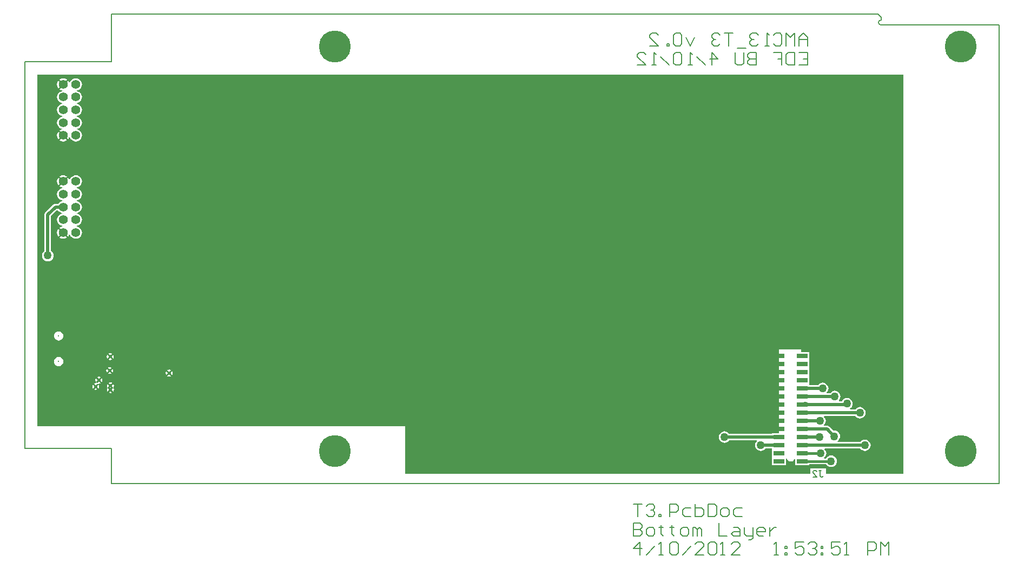
<source format=gbl>
%FSLAX44Y44*%
%MOMM*%
G71*
G01*
G75*
G04 Layer_Physical_Order=2*
G04 Layer_Color=16711680*
%ADD10O,1.8000X0.4500*%
%ADD11R,0.5000X0.6000*%
%ADD12R,0.9000X0.8000*%
%ADD13R,0.6000X0.7000*%
%ADD14R,2.3000X0.5000*%
%ADD15R,2.5000X2.0000*%
%ADD16C,0.3810*%
%ADD17C,0.5080*%
%ADD18C,0.2540*%
%ADD19C,0.1270*%
%ADD20C,0.1524*%
%ADD21C,1.3970*%
%ADD22C,0.1270*%
%ADD23C,5.0000*%
%ADD24C,0.2000*%
%ADD25C,1.2700*%
%ADD26C,0.5588*%
%ADD27R,1.6764X0.7366*%
G36*
X1375000Y15000D02*
X1254064D01*
Y24061D01*
X1229275D01*
Y15000D01*
X595000D01*
Y90000D01*
X20000D01*
Y640000D01*
X1375000D01*
Y15000D01*
D02*
G37*
%LPC*%
G36*
X111435Y164769D02*
X110976Y164081D01*
X110562Y162000D01*
X110976Y159919D01*
X111435Y159231D01*
X114204Y162000D01*
X111435Y164769D01*
D02*
G37*
G36*
X116000Y167439D02*
X113919Y167024D01*
X113231Y166565D01*
X116000Y163796D01*
X118769Y166565D01*
X118081Y167024D01*
X116000Y167439D01*
D02*
G37*
G36*
Y160204D02*
X113231Y157435D01*
X112154Y158154D01*
X111961Y158443D01*
X111256Y157388D01*
X111000Y157438D01*
X108919Y157024D01*
X108231Y156565D01*
X111000Y153796D01*
X113769Y156565D01*
X114846Y155846D01*
X115039Y155557D01*
X115744Y156612D01*
X116000Y156561D01*
X118081Y156975D01*
X118769Y157435D01*
X116000Y160204D01*
D02*
G37*
G36*
X120565Y164769D02*
X117796Y162000D01*
X120565Y159231D01*
X121025Y159919D01*
X121439Y162000D01*
X121025Y164081D01*
X120565Y164769D01*
D02*
G37*
G36*
X226000Y171204D02*
X223231Y168435D01*
X223919Y167976D01*
X226000Y167561D01*
X228081Y167976D01*
X228769Y168435D01*
X226000Y171204D01*
D02*
G37*
G36*
X133000Y175204D02*
X130231Y172435D01*
X130919Y171975D01*
X133000Y171562D01*
X135081Y171975D01*
X135769Y172435D01*
X133000Y175204D01*
D02*
G37*
G36*
X128435Y179769D02*
X127976Y179081D01*
X127562Y177000D01*
X127976Y174919D01*
X128435Y174231D01*
X131204Y177000D01*
X128435Y179769D01*
D02*
G37*
G36*
X221435Y175769D02*
X220975Y175081D01*
X220562Y173000D01*
X220975Y170919D01*
X221435Y170231D01*
X224204Y173000D01*
X221435Y175769D01*
D02*
G37*
G36*
X230565D02*
X227796Y173000D01*
X230565Y170231D01*
X231024Y170919D01*
X231439Y173000D01*
X231024Y175081D01*
X230565Y175769D01*
D02*
G37*
G36*
X134000Y158439D02*
X131919Y158025D01*
X131231Y157565D01*
X134000Y154796D01*
X136769Y157565D01*
X136081Y158025D01*
X134000Y158439D01*
D02*
G37*
G36*
X138565Y149769D02*
X135796Y147000D01*
X138565Y144231D01*
X139024Y144919D01*
X139438Y147000D01*
X139024Y149081D01*
X138565Y149769D01*
D02*
G37*
G36*
X111000Y150204D02*
X108231Y147435D01*
X108919Y146975D01*
X111000Y146561D01*
X113081Y146975D01*
X113769Y147435D01*
X111000Y150204D01*
D02*
G37*
G36*
X134000Y145204D02*
X131231Y142435D01*
X131919Y141975D01*
X134000Y141561D01*
X136081Y141975D01*
X136769Y142435D01*
X134000Y145204D01*
D02*
G37*
G36*
X129435Y149769D02*
X128975Y149081D01*
X128561Y147000D01*
X128975Y144919D01*
X129435Y144231D01*
X132204Y147000D01*
X129435Y149769D01*
D02*
G37*
G36*
X134000Y151204D02*
X132796Y150000D01*
X134000Y148796D01*
X135204Y150000D01*
X134000Y151204D01*
D02*
G37*
G36*
X129435Y155769D02*
X128975Y155081D01*
X128561Y153000D01*
X128975Y150919D01*
X129435Y150231D01*
X132204Y153000D01*
X129435Y155769D01*
D02*
G37*
G36*
X138565D02*
X135796Y153000D01*
X138565Y150231D01*
X139024Y150919D01*
X139438Y153000D01*
X139024Y155081D01*
X138565Y155769D01*
D02*
G37*
G36*
X106435Y154769D02*
X105976Y154081D01*
X105562Y152000D01*
X105976Y149919D01*
X106435Y149231D01*
X109204Y152000D01*
X106435Y154769D01*
D02*
G37*
G36*
X115565D02*
X112796Y152000D01*
X115565Y149231D01*
X116025Y149919D01*
X116439Y152000D01*
X116025Y154081D01*
X115565Y154769D01*
D02*
G37*
G36*
X60000Y482607D02*
X57513Y482280D01*
X55196Y481320D01*
X54223Y480573D01*
X60000Y474796D01*
X65777Y480573D01*
X64804Y481320D01*
X62487Y482280D01*
X60000Y482607D01*
D02*
G37*
G36*
X80000D02*
X77513Y482280D01*
X75196Y481320D01*
X73207Y479793D01*
X71680Y477804D01*
X70720Y475486D01*
X70635Y474840D01*
X69365D01*
X69280Y475486D01*
X68320Y477804D01*
X67573Y478777D01*
X60900Y472104D01*
D01*
X60898Y472102D01*
X60896Y472100D01*
D01*
X54223Y465427D01*
X55196Y464680D01*
X57513Y463720D01*
X58160Y463635D01*
Y462365D01*
X57513Y462280D01*
X55196Y461320D01*
X53207Y459793D01*
X51680Y457804D01*
X50720Y455486D01*
X50393Y453000D01*
X50720Y450513D01*
X51680Y448196D01*
X53207Y446207D01*
X55196Y444680D01*
X57513Y443720D01*
X58160Y443635D01*
Y442365D01*
X57513Y442280D01*
X55196Y441320D01*
X53207Y439793D01*
X51968Y438180D01*
X48000D01*
X46018Y437785D01*
X45345Y437336D01*
X44338Y436662D01*
X44338Y436662D01*
X32338Y424663D01*
X31215Y422982D01*
X30821Y421000D01*
Y364231D01*
X29660Y363340D01*
X28235Y361483D01*
X27339Y359321D01*
X27033Y357000D01*
X27339Y354679D01*
X28235Y352517D01*
X29660Y350660D01*
X31517Y349235D01*
X33679Y348339D01*
X36000Y348033D01*
X38321Y348339D01*
X40483Y349235D01*
X42340Y350660D01*
X43765Y352517D01*
X44661Y354679D01*
X44967Y357000D01*
X44661Y359321D01*
X43765Y361483D01*
X42340Y363340D01*
X41179Y364231D01*
Y418855D01*
X50145Y427821D01*
X51968D01*
X53207Y426207D01*
X55196Y424680D01*
X57513Y423720D01*
X58160Y423635D01*
Y422365D01*
X57513Y422280D01*
X55196Y421320D01*
X53207Y419793D01*
X51680Y417804D01*
X50720Y415486D01*
X50393Y413000D01*
X50720Y410513D01*
X51680Y408196D01*
X53207Y406207D01*
X55196Y404680D01*
X57513Y403720D01*
X58160Y403635D01*
Y402365D01*
X57513Y402280D01*
X55196Y401320D01*
X54223Y400573D01*
X60896Y393900D01*
D01*
X60898Y393898D01*
X60900Y393896D01*
D01*
X67573Y387223D01*
X68320Y388196D01*
X69280Y390513D01*
X69365Y391160D01*
X70635D01*
X70720Y390513D01*
X71680Y388196D01*
X73207Y386207D01*
X75196Y384680D01*
X77513Y383720D01*
X80000Y383393D01*
X82486Y383720D01*
X84804Y384680D01*
X86793Y386207D01*
X88320Y388196D01*
X89280Y390513D01*
X89607Y393000D01*
X89280Y395486D01*
X88320Y397804D01*
X86793Y399793D01*
X84804Y401320D01*
X82486Y402280D01*
X81840Y402365D01*
Y403635D01*
X82486Y403720D01*
X84804Y404680D01*
X86793Y406207D01*
X88320Y408196D01*
X89280Y410513D01*
X89607Y413000D01*
X89280Y415486D01*
X88320Y417804D01*
X86793Y419793D01*
X84804Y421320D01*
X82486Y422280D01*
X81840Y422365D01*
Y423635D01*
X82486Y423720D01*
X84804Y424680D01*
X86793Y426207D01*
X88320Y428196D01*
X89280Y430513D01*
X89607Y433000D01*
X89280Y435486D01*
X88320Y437804D01*
X86793Y439793D01*
X84804Y441320D01*
X82486Y442280D01*
X81840Y442365D01*
Y443635D01*
X82486Y443720D01*
X84804Y444680D01*
X86793Y446207D01*
X88320Y448196D01*
X89280Y450513D01*
X89607Y453000D01*
X89280Y455486D01*
X88320Y457804D01*
X86793Y459793D01*
X84804Y461320D01*
X82486Y462280D01*
X81840Y462365D01*
Y463635D01*
X82486Y463720D01*
X84804Y464680D01*
X86793Y466207D01*
X88320Y468196D01*
X89280Y470513D01*
X89607Y473000D01*
X89280Y475486D01*
X88320Y477804D01*
X86793Y479793D01*
X84804Y481320D01*
X82486Y482280D01*
X80000Y482607D01*
D02*
G37*
G36*
X52427Y478777D02*
X51680Y477804D01*
X50720Y475486D01*
X50393Y473000D01*
X50720Y470513D01*
X51680Y468196D01*
X52427Y467223D01*
X58204Y473000D01*
X52427Y478777D01*
D02*
G37*
G36*
X60000Y391204D02*
X54223Y385427D01*
X55196Y384680D01*
X57513Y383720D01*
X60000Y383393D01*
X62487Y383720D01*
X64804Y384680D01*
X65777Y385427D01*
X60000Y391204D01*
D02*
G37*
G36*
X52427Y398777D02*
X51680Y397804D01*
X50720Y395486D01*
X50393Y393000D01*
X50720Y390513D01*
X51680Y388196D01*
X52427Y387223D01*
X58204Y393000D01*
X52427Y398777D01*
D02*
G37*
G36*
X60000Y634607D02*
X57513Y634280D01*
X55196Y633320D01*
X54223Y632573D01*
X60000Y626796D01*
X65777Y632573D01*
X64804Y633320D01*
X62487Y634280D01*
X60000Y634607D01*
D02*
G37*
G36*
X80000D02*
X77513Y634280D01*
X75196Y633320D01*
X73207Y631793D01*
X71680Y629804D01*
X70720Y627486D01*
X70635Y626840D01*
X69365D01*
X69280Y627486D01*
X68320Y629804D01*
X67573Y630777D01*
X60900Y624104D01*
D01*
X60898Y624102D01*
X60896Y624100D01*
D01*
X54223Y617427D01*
X55196Y616680D01*
X57513Y615720D01*
X58160Y615635D01*
Y614365D01*
X57513Y614280D01*
X55196Y613320D01*
X53207Y611793D01*
X51680Y609804D01*
X50720Y607486D01*
X50393Y605000D01*
X50720Y602514D01*
X51680Y600196D01*
X53207Y598207D01*
X55196Y596680D01*
X57513Y595720D01*
X58160Y595635D01*
Y594365D01*
X57513Y594280D01*
X55196Y593320D01*
X53207Y591793D01*
X51680Y589804D01*
X50720Y587486D01*
X50393Y585000D01*
X50720Y582514D01*
X51680Y580196D01*
X53207Y578207D01*
X55196Y576680D01*
X57513Y575720D01*
X58160Y575635D01*
Y574365D01*
X57513Y574280D01*
X55196Y573320D01*
X53207Y571793D01*
X51680Y569804D01*
X50720Y567486D01*
X50393Y565000D01*
X50720Y562514D01*
X51680Y560196D01*
X53207Y558207D01*
X55196Y556680D01*
X57513Y555720D01*
X58160Y555635D01*
Y554365D01*
X57513Y554280D01*
X55196Y553320D01*
X54223Y552573D01*
X60896Y545900D01*
D01*
X60898Y545898D01*
X60900Y545896D01*
D01*
X67573Y539223D01*
X68320Y540196D01*
X69280Y542514D01*
X69365Y543160D01*
X70635D01*
X70720Y542514D01*
X71680Y540196D01*
X73207Y538207D01*
X75196Y536680D01*
X77513Y535720D01*
X80000Y535393D01*
X82486Y535720D01*
X84804Y536680D01*
X86793Y538207D01*
X88320Y540196D01*
X89280Y542514D01*
X89607Y545000D01*
X89280Y547486D01*
X88320Y549804D01*
X86793Y551793D01*
X84804Y553320D01*
X82486Y554280D01*
X81840Y554365D01*
Y555635D01*
X82486Y555720D01*
X84804Y556680D01*
X86793Y558207D01*
X88320Y560196D01*
X89280Y562514D01*
X89607Y565000D01*
X89280Y567486D01*
X88320Y569804D01*
X86793Y571793D01*
X84804Y573320D01*
X82486Y574280D01*
X81840Y574365D01*
Y575635D01*
X82486Y575720D01*
X84804Y576680D01*
X86793Y578207D01*
X88320Y580196D01*
X89280Y582514D01*
X89607Y585000D01*
X89280Y587486D01*
X88320Y589804D01*
X86793Y591793D01*
X84804Y593320D01*
X82486Y594280D01*
X81840Y594365D01*
Y595635D01*
X82486Y595720D01*
X84804Y596680D01*
X86793Y598207D01*
X88320Y600196D01*
X89280Y602514D01*
X89607Y605000D01*
X89280Y607486D01*
X88320Y609804D01*
X86793Y611793D01*
X84804Y613320D01*
X82486Y614280D01*
X81840Y614365D01*
Y615635D01*
X82486Y615720D01*
X84804Y616680D01*
X86793Y618207D01*
X88320Y620196D01*
X89280Y622514D01*
X89607Y625000D01*
X89280Y627486D01*
X88320Y629804D01*
X86793Y631793D01*
X84804Y633320D01*
X82486Y634280D01*
X80000Y634607D01*
D02*
G37*
G36*
X52427Y630777D02*
X51680Y629804D01*
X50720Y627486D01*
X50393Y625000D01*
X50720Y622514D01*
X51680Y620196D01*
X52427Y619223D01*
X58204Y625000D01*
X52427Y630777D01*
D02*
G37*
G36*
X60000Y543204D02*
X54223Y537427D01*
X55196Y536680D01*
X57513Y535720D01*
X60000Y535393D01*
X62487Y535720D01*
X64804Y536680D01*
X65777Y537427D01*
X60000Y543204D01*
D02*
G37*
G36*
X52427Y550777D02*
X51680Y549804D01*
X50720Y547486D01*
X50393Y545000D01*
X50720Y542514D01*
X51680Y540196D01*
X52427Y539223D01*
X58204Y545000D01*
X52427Y550777D01*
D02*
G37*
G36*
X53000Y198101D02*
X51162Y197859D01*
X49450Y197149D01*
X47979Y196021D01*
X46851Y194550D01*
X46141Y192838D01*
X45899Y191000D01*
X46141Y189162D01*
X46851Y187450D01*
X47979Y185979D01*
X49450Y184851D01*
X51162Y184141D01*
X53000Y183899D01*
X54838Y184141D01*
X56550Y184851D01*
X58021Y185979D01*
X59149Y187450D01*
X59859Y189162D01*
X60101Y191000D01*
X59859Y192838D01*
X59149Y194550D01*
X58021Y196021D01*
X56550Y197149D01*
X54838Y197859D01*
X53000Y198101D01*
D02*
G37*
G36*
X133750Y196954D02*
X130981Y194185D01*
X131669Y193725D01*
X133750Y193312D01*
X135831Y193725D01*
X136519Y194185D01*
X133750Y196954D01*
D02*
G37*
G36*
X133000Y182439D02*
X130919Y182024D01*
X130231Y181565D01*
X133000Y178796D01*
X135769Y181565D01*
X135081Y182024D01*
X133000Y182439D01*
D02*
G37*
G36*
X137565Y179769D02*
X134796Y177000D01*
X137565Y174231D01*
X138025Y174919D01*
X138439Y177000D01*
X138025Y179081D01*
X137565Y179769D01*
D02*
G37*
G36*
X226000Y178438D02*
X223919Y178025D01*
X223231Y177565D01*
X226000Y174796D01*
X228769Y177565D01*
X228081Y178025D01*
X226000Y178438D01*
D02*
G37*
G36*
X133750Y204188D02*
X131669Y203775D01*
X130981Y203315D01*
X133750Y200546D01*
X136519Y203315D01*
X135831Y203775D01*
X133750Y204188D01*
D02*
G37*
G36*
X53000Y238101D02*
X51162Y237859D01*
X49450Y237149D01*
X47979Y236021D01*
X46851Y234550D01*
X46141Y232838D01*
X45899Y231000D01*
X46141Y229162D01*
X46851Y227450D01*
X47979Y225979D01*
X49450Y224851D01*
X51162Y224141D01*
X53000Y223899D01*
X54838Y224141D01*
X56550Y224851D01*
X58021Y225979D01*
X59149Y227450D01*
X59859Y229162D01*
X60101Y231000D01*
X59859Y232838D01*
X59149Y234550D01*
X58021Y236021D01*
X56550Y237149D01*
X54838Y237859D01*
X53000Y238101D01*
D02*
G37*
G36*
X138315Y201519D02*
X135546Y198750D01*
X138315Y195981D01*
X138774Y196669D01*
X139188Y198750D01*
X138774Y200831D01*
X138315Y201519D01*
D02*
G37*
G36*
X1215000Y210000D02*
X1180000D01*
Y79073D01*
X1169343D01*
Y78029D01*
X1102381D01*
X1101490Y79190D01*
X1099633Y80615D01*
X1097471Y81511D01*
X1095150Y81817D01*
X1092829Y81511D01*
X1090667Y80615D01*
X1088810Y79190D01*
X1087385Y77333D01*
X1086489Y75171D01*
X1086183Y72850D01*
X1086489Y70529D01*
X1087385Y68367D01*
X1088810Y66510D01*
X1090667Y65085D01*
X1092829Y64189D01*
X1095150Y63883D01*
X1097471Y64189D01*
X1099633Y65085D01*
X1101490Y66510D01*
X1102381Y67670D01*
X1145417D01*
X1145826Y66468D01*
X1145660Y66340D01*
X1144235Y64483D01*
X1143339Y62321D01*
X1143033Y60000D01*
X1143339Y57679D01*
X1144235Y55517D01*
X1145660Y53660D01*
X1147517Y52235D01*
X1149679Y51339D01*
X1152000Y51033D01*
X1154321Y51339D01*
X1156483Y52235D01*
X1158340Y53660D01*
X1159231Y54820D01*
X1169343D01*
D01*
Y54571D01*
Y54571D01*
D01*
Y53927D01*
Y53927D01*
Y53673D01*
X1169343Y53673D01*
X1169343Y53673D01*
Y41871D01*
X1169343Y41871D01*
X1169343D01*
X1169343Y41227D01*
Y40973D01*
X1169343Y40973D01*
X1169343Y40973D01*
Y28527D01*
X1191187D01*
Y39742D01*
X1192451Y39867D01*
X1192698Y38622D01*
X1194102Y36522D01*
X1196202Y35118D01*
X1198680Y34626D01*
X1201158Y35118D01*
X1203258Y36522D01*
X1204662Y38622D01*
X1204909Y39867D01*
X1206173Y39742D01*
Y28527D01*
X1228017D01*
Y30218D01*
X1254464D01*
X1255660Y28660D01*
X1257517Y27235D01*
X1259679Y26339D01*
X1262000Y26033D01*
X1264321Y26339D01*
X1266483Y27235D01*
X1268340Y28660D01*
X1269765Y30517D01*
X1270661Y32679D01*
X1270967Y35000D01*
X1270661Y37321D01*
X1269765Y39483D01*
X1268340Y41340D01*
X1266483Y42765D01*
X1264321Y43661D01*
X1262000Y43967D01*
X1259679Y43661D01*
X1257517Y42765D01*
X1255660Y41340D01*
X1254235Y39483D01*
X1254151Y39282D01*
X1251484D01*
X1251076Y40485D01*
X1251890Y41110D01*
X1253315Y42967D01*
X1254211Y45129D01*
X1254517Y47450D01*
X1254211Y49771D01*
X1253315Y51933D01*
X1251890Y53790D01*
X1252240Y54820D01*
X1307769D01*
X1308660Y53660D01*
X1310517Y52235D01*
X1312679Y51339D01*
X1315000Y51033D01*
X1317321Y51339D01*
X1319483Y52235D01*
X1321340Y53660D01*
X1322765Y55517D01*
X1323661Y57679D01*
X1323967Y60000D01*
X1323661Y62321D01*
X1322765Y64483D01*
X1321340Y66340D01*
X1319483Y67765D01*
X1317321Y68661D01*
X1315000Y68967D01*
X1312679Y68661D01*
X1310517Y67765D01*
X1308660Y66340D01*
X1307769Y65180D01*
X1272084D01*
X1271676Y66382D01*
X1273340Y67660D01*
X1274765Y69517D01*
X1275661Y71679D01*
X1275967Y74000D01*
X1275661Y76321D01*
X1274765Y78483D01*
X1273340Y80340D01*
X1271483Y81765D01*
X1269321Y82661D01*
X1267000Y82967D01*
X1265549Y82776D01*
X1259112Y89213D01*
X1257432Y90335D01*
X1255450Y90730D01*
X1251491D01*
X1251090Y91910D01*
X1252515Y93767D01*
X1253411Y95929D01*
X1253717Y98250D01*
X1253411Y100571D01*
X1252515Y102733D01*
X1251090Y104590D01*
X1251491Y105771D01*
X1299819D01*
X1300710Y104610D01*
X1302567Y103185D01*
X1304729Y102289D01*
X1307050Y101983D01*
X1309371Y102289D01*
X1311533Y103185D01*
X1313390Y104610D01*
X1314815Y106467D01*
X1315711Y108629D01*
X1316017Y110950D01*
X1315711Y113271D01*
X1314815Y115433D01*
X1313390Y117290D01*
X1311533Y118715D01*
X1309371Y119611D01*
X1307050Y119917D01*
X1304729Y119611D01*
X1302567Y118715D01*
X1300710Y117290D01*
X1299819Y116130D01*
X1292019D01*
X1291610Y117332D01*
X1293340Y118660D01*
X1294765Y120517D01*
X1295661Y122679D01*
X1295967Y125000D01*
X1295661Y127321D01*
X1294765Y129483D01*
X1293340Y131340D01*
X1291483Y132765D01*
X1289321Y133661D01*
X1287000Y133967D01*
X1284679Y133661D01*
X1282517Y132765D01*
X1280660Y131340D01*
X1279235Y129483D01*
X1278964Y128829D01*
X1274391D01*
X1273990Y130010D01*
X1275415Y131867D01*
X1276311Y134029D01*
X1276617Y136350D01*
X1276311Y138671D01*
X1275415Y140833D01*
X1273990Y142690D01*
X1272133Y144115D01*
X1269971Y145011D01*
X1267650Y145317D01*
X1265329Y145011D01*
X1263167Y144115D01*
X1261310Y142690D01*
X1260419Y141530D01*
X1255691D01*
X1255290Y142710D01*
X1256715Y144567D01*
X1257611Y146729D01*
X1257917Y149050D01*
X1257611Y151371D01*
X1256715Y153533D01*
X1255290Y155390D01*
X1253433Y156815D01*
X1251271Y157711D01*
X1248950Y158017D01*
X1246629Y157711D01*
X1244467Y156815D01*
X1242610Y155390D01*
X1241719Y154229D01*
X1228017D01*
X1228017Y155273D01*
D01*
Y155527D01*
X1228017D01*
Y167973D01*
D01*
Y167973D01*
X1228017Y167973D01*
Y168227D01*
X1228017D01*
Y180673D01*
D01*
Y180673D01*
X1228017Y180673D01*
Y180927D01*
X1228017D01*
Y193373D01*
D01*
Y193373D01*
X1228017Y193373D01*
Y193627D01*
X1228017D01*
Y206073D01*
X1215000D01*
Y210000D01*
D02*
G37*
G36*
X129185Y201519D02*
X128726Y200831D01*
X128312Y198750D01*
X128726Y196669D01*
X129185Y195981D01*
X131954Y198750D01*
X129185Y201519D01*
D02*
G37*
%LPD*%
D16*
X1261750Y34750D02*
X1262000Y35000D01*
X1217095Y47450D02*
X1245550D01*
X1217095Y34750D02*
X1261750D01*
D17*
X1219000Y123650D02*
X1220350Y125000D01*
X1255450Y85550D02*
X1267000Y74000D01*
X36000Y357000D02*
Y421000D01*
X48000Y433000D01*
X60000D01*
X1285650Y123650D02*
X1287000Y125000D01*
X1220350D02*
X1222495D01*
X1243850Y72850D02*
X1244000Y73000D01*
X1095150Y72850D02*
X1180265D01*
X1152000Y60000D02*
X1180265D01*
X1217095Y85550D02*
X1255450D01*
X1217095Y98250D02*
X1244750D01*
X1217245Y60000D02*
X1315000D01*
X1217095Y60150D02*
X1217245Y60000D01*
X1219000Y110950D02*
X1307050D01*
X1219000Y123650D02*
X1285650D01*
X1217095Y136350D02*
X1267650D01*
X1217095Y149050D02*
X1248950D01*
X1217095Y72850D02*
X1243850D01*
D19*
X1340000Y725500D02*
G03*
X1340000Y718000I0J-3750D01*
G01*
X1525000Y0D02*
Y718000D01*
X136000Y735000D02*
X1335000D01*
X1340000Y730000D01*
Y725500D02*
Y730000D01*
Y718000D02*
X1525000D01*
X136000Y0D02*
Y55000D01*
X0D02*
X136000D01*
X0D02*
Y660500D01*
X136000D02*
Y735000D01*
X0Y660500D02*
X136000D01*
D20*
X1211671Y674994D02*
X1225000D01*
Y655000D01*
X1211671D01*
X1225000Y664997D02*
X1218335D01*
X1205006Y674994D02*
Y655000D01*
X1195010D01*
X1191677Y658332D01*
Y671661D01*
X1195010Y674994D01*
X1205006D01*
X1171684D02*
X1185013D01*
Y664997D01*
X1178348D01*
X1185013D01*
Y655000D01*
X1145026Y674994D02*
Y655000D01*
X1135029D01*
X1131697Y658332D01*
Y661665D01*
X1135029Y664997D01*
X1145026D01*
X1135029D01*
X1131697Y668329D01*
Y671661D01*
X1135029Y674994D01*
X1145026D01*
X1125032D02*
Y658332D01*
X1121700Y655000D01*
X1115035D01*
X1111703Y658332D01*
Y674994D01*
X1075048Y655000D02*
Y674994D01*
X1085045Y664997D01*
X1071716D01*
X1065051Y655000D02*
X1051722Y668329D01*
X1045058Y655000D02*
X1038393D01*
X1041726D01*
Y674994D01*
X1045058Y671661D01*
X1028397D02*
X1025064Y674994D01*
X1018400D01*
X1015068Y671661D01*
Y658332D01*
X1018400Y655000D01*
X1025064D01*
X1028397Y658332D01*
Y671661D01*
X1008403Y655000D02*
X995074Y668329D01*
X988410Y655000D02*
X981745D01*
X985077D01*
Y674994D01*
X988410Y671661D01*
X958419Y655000D02*
X971748D01*
X958419Y668329D01*
Y671661D01*
X961751Y674994D01*
X968416D01*
X971748Y671661D01*
X1225000Y685000D02*
Y698329D01*
X1218335Y704994D01*
X1211671Y698329D01*
Y685000D01*
Y694997D01*
X1225000D01*
X1205006Y685000D02*
Y704994D01*
X1198342Y698329D01*
X1191677Y704994D01*
Y685000D01*
X1171684Y701661D02*
X1175016Y704994D01*
X1181681D01*
X1185013Y701661D01*
Y688332D01*
X1181681Y685000D01*
X1175016D01*
X1171684Y688332D01*
X1165019Y685000D02*
X1158355D01*
X1161687D01*
Y704994D01*
X1165019Y701661D01*
X1148358D02*
X1145026Y704994D01*
X1138361D01*
X1135029Y701661D01*
Y698329D01*
X1138361Y694997D01*
X1141693D01*
X1138361D01*
X1135029Y691665D01*
Y688332D01*
X1138361Y685000D01*
X1145026D01*
X1148358Y688332D01*
X1128364Y681668D02*
X1115035D01*
X1108371Y704994D02*
X1095042D01*
X1101706D01*
Y685000D01*
X1088377Y701661D02*
X1085045Y704994D01*
X1078381D01*
X1075048Y701661D01*
Y698329D01*
X1078381Y694997D01*
X1081713D01*
X1078381D01*
X1075048Y691665D01*
Y688332D01*
X1078381Y685000D01*
X1085045D01*
X1088377Y688332D01*
X1048390Y698329D02*
X1041726Y685000D01*
X1035061Y698329D01*
X1028397Y701661D02*
X1025064Y704994D01*
X1018400D01*
X1015068Y701661D01*
Y688332D01*
X1018400Y685000D01*
X1025064D01*
X1028397Y688332D01*
Y701661D01*
X1008403Y685000D02*
Y688332D01*
X1005071D01*
Y685000D01*
X1008403D01*
X978413D02*
X991742D01*
X978413Y698329D01*
Y701661D01*
X981745Y704994D01*
X988410D01*
X991742Y701661D01*
X952750Y-61756D02*
Y-81750D01*
X962747D01*
X966079Y-78418D01*
Y-75086D01*
X962747Y-71753D01*
X952750D01*
X962747D01*
X966079Y-68421D01*
Y-65089D01*
X962747Y-61756D01*
X952750D01*
X976076Y-81750D02*
X982740D01*
X986073Y-78418D01*
Y-71753D01*
X982740Y-68421D01*
X976076D01*
X972744Y-71753D01*
Y-78418D01*
X976076Y-81750D01*
X996069Y-65089D02*
Y-68421D01*
X992737D01*
X999402D01*
X996069D01*
Y-78418D01*
X999402Y-81750D01*
X1012731Y-65089D02*
Y-68421D01*
X1009398D01*
X1016063D01*
X1012731D01*
Y-78418D01*
X1016063Y-81750D01*
X1029392D02*
X1036056D01*
X1039389Y-78418D01*
Y-71753D01*
X1036056Y-68421D01*
X1029392D01*
X1026060Y-71753D01*
Y-78418D01*
X1029392Y-81750D01*
X1046053D02*
Y-68421D01*
X1049386D01*
X1052718Y-71753D01*
Y-81750D01*
Y-71753D01*
X1056050Y-68421D01*
X1059382Y-71753D01*
Y-81750D01*
X1086040Y-61756D02*
Y-81750D01*
X1099369D01*
X1109366Y-68421D02*
X1116031D01*
X1119363Y-71753D01*
Y-81750D01*
X1109366D01*
X1106034Y-78418D01*
X1109366Y-75086D01*
X1119363D01*
X1126028Y-68421D02*
Y-78418D01*
X1129360Y-81750D01*
X1139357D01*
Y-85082D01*
X1136024Y-88414D01*
X1132692D01*
X1139357Y-81750D02*
Y-68421D01*
X1156018Y-81750D02*
X1149353D01*
X1146021Y-78418D01*
Y-71753D01*
X1149353Y-68421D01*
X1156018D01*
X1159350Y-71753D01*
Y-75086D01*
X1146021D01*
X1166015Y-68421D02*
Y-81750D01*
Y-75086D01*
X1169347Y-71753D01*
X1172679Y-68421D01*
X1176011D01*
X1243335Y19997D02*
X1246668D01*
X1245002D01*
Y11666D01*
X1246668Y10000D01*
X1248334D01*
X1250000Y11666D01*
X1233339Y10000D02*
X1240003D01*
X1233339Y16665D01*
Y18331D01*
X1235005Y19997D01*
X1238337D01*
X1240003Y18331D01*
X136000Y0D02*
X1525000D01*
X1172750Y-111750D02*
X1179415D01*
X1176082D01*
Y-91756D01*
X1172750Y-95089D01*
X1189411Y-98421D02*
X1192744D01*
Y-101753D01*
X1189411D01*
Y-98421D01*
Y-108418D02*
X1192744D01*
Y-111750D01*
X1189411D01*
Y-108418D01*
X1219402Y-91756D02*
X1206072D01*
Y-101753D01*
X1212737Y-98421D01*
X1216069D01*
X1219402Y-101753D01*
Y-108418D01*
X1216069Y-111750D01*
X1209405D01*
X1206072Y-108418D01*
X1226066Y-95089D02*
X1229398Y-91756D01*
X1236063D01*
X1239395Y-95089D01*
Y-98421D01*
X1236063Y-101753D01*
X1232731D01*
X1236063D01*
X1239395Y-105085D01*
Y-108418D01*
X1236063Y-111750D01*
X1229398D01*
X1226066Y-108418D01*
X1246060Y-98421D02*
X1249392D01*
Y-101753D01*
X1246060D01*
Y-98421D01*
Y-108418D02*
X1249392D01*
Y-111750D01*
X1246060D01*
Y-108418D01*
X1276050Y-91756D02*
X1262721D01*
Y-101753D01*
X1269385Y-98421D01*
X1272718D01*
X1276050Y-101753D01*
Y-108418D01*
X1272718Y-111750D01*
X1266053D01*
X1262721Y-108418D01*
X1282715Y-111750D02*
X1289379D01*
X1286047D01*
Y-91756D01*
X1282715Y-95089D01*
X1319369Y-111750D02*
Y-91756D01*
X1329366D01*
X1332698Y-95089D01*
Y-101753D01*
X1329366Y-105085D01*
X1319369D01*
X1339363Y-111750D02*
Y-91756D01*
X1346027Y-98421D01*
X1352692Y-91756D01*
Y-111750D01*
X962747D02*
Y-91756D01*
X952750Y-101753D01*
X966079D01*
X972744Y-111750D02*
X986073Y-98421D01*
X992737Y-111750D02*
X999402D01*
X996069D01*
Y-91756D01*
X992737Y-95089D01*
X1009398D02*
X1012731Y-91756D01*
X1019395D01*
X1022727Y-95089D01*
Y-108418D01*
X1019395Y-111750D01*
X1012731D01*
X1009398Y-108418D01*
Y-95089D01*
X1029392Y-111750D02*
X1042721Y-98421D01*
X1062714Y-111750D02*
X1049386D01*
X1062714Y-98421D01*
Y-95089D01*
X1059382Y-91756D01*
X1052718D01*
X1049386Y-95089D01*
X1069379D02*
X1072711Y-91756D01*
X1079376D01*
X1082708Y-95089D01*
Y-108418D01*
X1079376Y-111750D01*
X1072711D01*
X1069379Y-108418D01*
Y-95089D01*
X1089373Y-111750D02*
X1096037D01*
X1092705D01*
Y-91756D01*
X1089373Y-95089D01*
X1119363Y-111750D02*
X1106034D01*
X1119363Y-98421D01*
Y-95089D01*
X1116031Y-91756D01*
X1109366D01*
X1106034Y-95089D01*
X952750Y-31756D02*
X966079D01*
X959415D01*
Y-51750D01*
X972744Y-35089D02*
X976076Y-31756D01*
X982740D01*
X986073Y-35089D01*
Y-38421D01*
X982740Y-41753D01*
X979408D01*
X982740D01*
X986073Y-45086D01*
Y-48418D01*
X982740Y-51750D01*
X976076D01*
X972744Y-48418D01*
X992737Y-51750D02*
Y-48418D01*
X996069D01*
Y-51750D01*
X992737D01*
X1009398D02*
Y-31756D01*
X1019395D01*
X1022727Y-35089D01*
Y-41753D01*
X1019395Y-45086D01*
X1009398D01*
X1042721Y-38421D02*
X1032724D01*
X1029392Y-41753D01*
Y-48418D01*
X1032724Y-51750D01*
X1042721D01*
X1049386Y-31756D02*
Y-51750D01*
X1059382D01*
X1062714Y-48418D01*
Y-45086D01*
Y-41753D01*
X1059382Y-38421D01*
X1049386D01*
X1069379Y-31756D02*
Y-51750D01*
X1079376D01*
X1082708Y-48418D01*
Y-35089D01*
X1079376Y-31756D01*
X1069379D01*
X1092705Y-51750D02*
X1099369D01*
X1102702Y-48418D01*
Y-41753D01*
X1099369Y-38421D01*
X1092705D01*
X1089373Y-41753D01*
Y-48418D01*
X1092705Y-51750D01*
X1122695Y-38421D02*
X1112698D01*
X1109366Y-41753D01*
Y-48418D01*
X1112698Y-51750D01*
X1122695D01*
D21*
X60000Y625000D02*
D03*
X80000D02*
D03*
X60000Y605000D02*
D03*
X80000D02*
D03*
X60000Y585000D02*
D03*
X80000D02*
D03*
X60000Y565000D02*
D03*
X80000D02*
D03*
X60000Y545000D02*
D03*
X80000D02*
D03*
Y393000D02*
D03*
X60000D02*
D03*
X80000Y413000D02*
D03*
X60000D02*
D03*
X80000Y433000D02*
D03*
X60000D02*
D03*
X80000Y453000D02*
D03*
X60000D02*
D03*
X80000Y473000D02*
D03*
X60000D02*
D03*
D22*
X1198680Y41100D02*
D03*
Y193500D02*
D03*
D23*
X485000Y51250D02*
D03*
Y683750D02*
D03*
X1465000D02*
D03*
Y51250D02*
D03*
D24*
X53000Y231000D02*
D03*
Y191000D02*
D03*
D25*
X1248950Y149050D02*
D03*
X1267650Y136350D02*
D03*
X1287000Y125000D02*
D03*
X1307050Y110950D02*
D03*
X1315000Y60000D02*
D03*
X1244750Y98250D02*
D03*
X1244000Y73000D02*
D03*
X1267000Y74000D02*
D03*
X1152000Y60000D02*
D03*
X1095150Y72850D02*
D03*
X36000Y357000D02*
D03*
X1245550Y47450D02*
D03*
X1262000Y35000D02*
D03*
D26*
X133750Y198750D02*
D03*
X133000Y177000D02*
D03*
X134000Y153000D02*
D03*
Y147000D02*
D03*
X226000Y173000D02*
D03*
X111000Y152000D02*
D03*
X116000Y162000D02*
D03*
D27*
X1217095Y34750D02*
D03*
Y47450D02*
D03*
X1180265D02*
D03*
X1217095Y60150D02*
D03*
X1180265D02*
D03*
X1217095Y72850D02*
D03*
X1180265D02*
D03*
X1217095Y85550D02*
D03*
X1180265D02*
D03*
X1217095Y98250D02*
D03*
X1180265D02*
D03*
X1217095Y110950D02*
D03*
X1180265D02*
D03*
Y34750D02*
D03*
X1217095Y123650D02*
D03*
Y136350D02*
D03*
X1180265D02*
D03*
X1217095Y149050D02*
D03*
X1180265D02*
D03*
X1217095Y161750D02*
D03*
X1180265D02*
D03*
X1217095Y174450D02*
D03*
X1180265D02*
D03*
X1217095Y187150D02*
D03*
X1180265D02*
D03*
X1217095Y199850D02*
D03*
X1180265D02*
D03*
Y123650D02*
D03*
M02*

</source>
